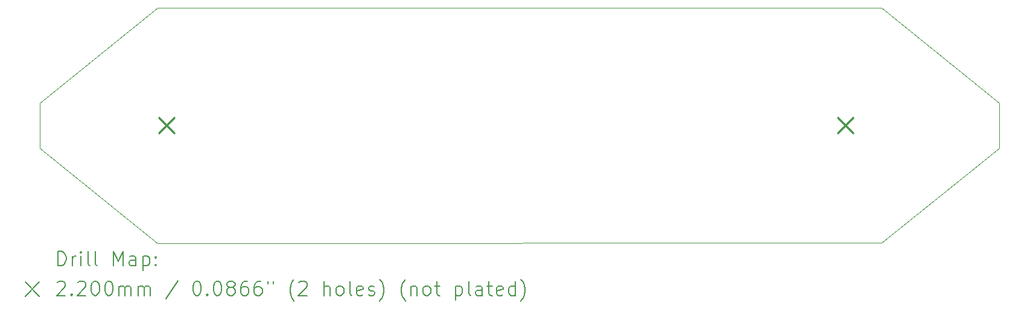
<source format=gbr>
%TF.GenerationSoftware,KiCad,Pcbnew,7.0.10*%
%TF.CreationDate,2024-10-31T16:24:40-04:00*%
%TF.ProjectId,segment,7365676d-656e-4742-9e6b-696361645f70,rev?*%
%TF.SameCoordinates,Original*%
%TF.FileFunction,Drillmap*%
%TF.FilePolarity,Positive*%
%FSLAX45Y45*%
G04 Gerber Fmt 4.5, Leading zero omitted, Abs format (unit mm)*
G04 Created by KiCad (PCBNEW 7.0.10) date 2024-10-31 16:24:40*
%MOMM*%
%LPD*%
G01*
G04 APERTURE LIST*
%ADD10C,0.100000*%
%ADD11C,0.200000*%
%ADD12C,0.220000*%
G04 APERTURE END LIST*
D10*
X19177000Y-9969500D02*
X19177000Y-10604500D01*
X17526000Y-11938000D01*
X7366000Y-11943000D01*
X5715000Y-10604500D01*
X5715000Y-9969500D01*
X7366000Y-8636000D01*
X17526000Y-8636000D01*
X19177000Y-9969500D01*
D11*
D12*
X7383000Y-10177000D02*
X7603000Y-10397000D01*
X7603000Y-10177000D02*
X7383000Y-10397000D01*
X16908000Y-10177000D02*
X17128000Y-10397000D01*
X17128000Y-10177000D02*
X16908000Y-10397000D01*
D11*
X5970777Y-12259484D02*
X5970777Y-12059484D01*
X5970777Y-12059484D02*
X6018396Y-12059484D01*
X6018396Y-12059484D02*
X6046967Y-12069008D01*
X6046967Y-12069008D02*
X6066015Y-12088055D01*
X6066015Y-12088055D02*
X6075539Y-12107103D01*
X6075539Y-12107103D02*
X6085062Y-12145198D01*
X6085062Y-12145198D02*
X6085062Y-12173769D01*
X6085062Y-12173769D02*
X6075539Y-12211865D01*
X6075539Y-12211865D02*
X6066015Y-12230912D01*
X6066015Y-12230912D02*
X6046967Y-12249960D01*
X6046967Y-12249960D02*
X6018396Y-12259484D01*
X6018396Y-12259484D02*
X5970777Y-12259484D01*
X6170777Y-12259484D02*
X6170777Y-12126150D01*
X6170777Y-12164246D02*
X6180301Y-12145198D01*
X6180301Y-12145198D02*
X6189824Y-12135674D01*
X6189824Y-12135674D02*
X6208872Y-12126150D01*
X6208872Y-12126150D02*
X6227920Y-12126150D01*
X6294586Y-12259484D02*
X6294586Y-12126150D01*
X6294586Y-12059484D02*
X6285062Y-12069008D01*
X6285062Y-12069008D02*
X6294586Y-12078531D01*
X6294586Y-12078531D02*
X6304110Y-12069008D01*
X6304110Y-12069008D02*
X6294586Y-12059484D01*
X6294586Y-12059484D02*
X6294586Y-12078531D01*
X6418396Y-12259484D02*
X6399348Y-12249960D01*
X6399348Y-12249960D02*
X6389824Y-12230912D01*
X6389824Y-12230912D02*
X6389824Y-12059484D01*
X6523158Y-12259484D02*
X6504110Y-12249960D01*
X6504110Y-12249960D02*
X6494586Y-12230912D01*
X6494586Y-12230912D02*
X6494586Y-12059484D01*
X6751729Y-12259484D02*
X6751729Y-12059484D01*
X6751729Y-12059484D02*
X6818396Y-12202341D01*
X6818396Y-12202341D02*
X6885062Y-12059484D01*
X6885062Y-12059484D02*
X6885062Y-12259484D01*
X7066015Y-12259484D02*
X7066015Y-12154722D01*
X7066015Y-12154722D02*
X7056491Y-12135674D01*
X7056491Y-12135674D02*
X7037443Y-12126150D01*
X7037443Y-12126150D02*
X6999348Y-12126150D01*
X6999348Y-12126150D02*
X6980301Y-12135674D01*
X7066015Y-12249960D02*
X7046967Y-12259484D01*
X7046967Y-12259484D02*
X6999348Y-12259484D01*
X6999348Y-12259484D02*
X6980301Y-12249960D01*
X6980301Y-12249960D02*
X6970777Y-12230912D01*
X6970777Y-12230912D02*
X6970777Y-12211865D01*
X6970777Y-12211865D02*
X6980301Y-12192817D01*
X6980301Y-12192817D02*
X6999348Y-12183293D01*
X6999348Y-12183293D02*
X7046967Y-12183293D01*
X7046967Y-12183293D02*
X7066015Y-12173769D01*
X7161253Y-12126150D02*
X7161253Y-12326150D01*
X7161253Y-12135674D02*
X7180301Y-12126150D01*
X7180301Y-12126150D02*
X7218396Y-12126150D01*
X7218396Y-12126150D02*
X7237443Y-12135674D01*
X7237443Y-12135674D02*
X7246967Y-12145198D01*
X7246967Y-12145198D02*
X7256491Y-12164246D01*
X7256491Y-12164246D02*
X7256491Y-12221388D01*
X7256491Y-12221388D02*
X7246967Y-12240436D01*
X7246967Y-12240436D02*
X7237443Y-12249960D01*
X7237443Y-12249960D02*
X7218396Y-12259484D01*
X7218396Y-12259484D02*
X7180301Y-12259484D01*
X7180301Y-12259484D02*
X7161253Y-12249960D01*
X7342205Y-12240436D02*
X7351729Y-12249960D01*
X7351729Y-12249960D02*
X7342205Y-12259484D01*
X7342205Y-12259484D02*
X7332682Y-12249960D01*
X7332682Y-12249960D02*
X7342205Y-12240436D01*
X7342205Y-12240436D02*
X7342205Y-12259484D01*
X7342205Y-12135674D02*
X7351729Y-12145198D01*
X7351729Y-12145198D02*
X7342205Y-12154722D01*
X7342205Y-12154722D02*
X7332682Y-12145198D01*
X7332682Y-12145198D02*
X7342205Y-12135674D01*
X7342205Y-12135674D02*
X7342205Y-12154722D01*
X5510000Y-12488000D02*
X5710000Y-12688000D01*
X5710000Y-12488000D02*
X5510000Y-12688000D01*
X5961253Y-12498531D02*
X5970777Y-12489008D01*
X5970777Y-12489008D02*
X5989824Y-12479484D01*
X5989824Y-12479484D02*
X6037443Y-12479484D01*
X6037443Y-12479484D02*
X6056491Y-12489008D01*
X6056491Y-12489008D02*
X6066015Y-12498531D01*
X6066015Y-12498531D02*
X6075539Y-12517579D01*
X6075539Y-12517579D02*
X6075539Y-12536627D01*
X6075539Y-12536627D02*
X6066015Y-12565198D01*
X6066015Y-12565198D02*
X5951729Y-12679484D01*
X5951729Y-12679484D02*
X6075539Y-12679484D01*
X6161253Y-12660436D02*
X6170777Y-12669960D01*
X6170777Y-12669960D02*
X6161253Y-12679484D01*
X6161253Y-12679484D02*
X6151729Y-12669960D01*
X6151729Y-12669960D02*
X6161253Y-12660436D01*
X6161253Y-12660436D02*
X6161253Y-12679484D01*
X6246967Y-12498531D02*
X6256491Y-12489008D01*
X6256491Y-12489008D02*
X6275539Y-12479484D01*
X6275539Y-12479484D02*
X6323158Y-12479484D01*
X6323158Y-12479484D02*
X6342205Y-12489008D01*
X6342205Y-12489008D02*
X6351729Y-12498531D01*
X6351729Y-12498531D02*
X6361253Y-12517579D01*
X6361253Y-12517579D02*
X6361253Y-12536627D01*
X6361253Y-12536627D02*
X6351729Y-12565198D01*
X6351729Y-12565198D02*
X6237443Y-12679484D01*
X6237443Y-12679484D02*
X6361253Y-12679484D01*
X6485062Y-12479484D02*
X6504110Y-12479484D01*
X6504110Y-12479484D02*
X6523158Y-12489008D01*
X6523158Y-12489008D02*
X6532682Y-12498531D01*
X6532682Y-12498531D02*
X6542205Y-12517579D01*
X6542205Y-12517579D02*
X6551729Y-12555674D01*
X6551729Y-12555674D02*
X6551729Y-12603293D01*
X6551729Y-12603293D02*
X6542205Y-12641388D01*
X6542205Y-12641388D02*
X6532682Y-12660436D01*
X6532682Y-12660436D02*
X6523158Y-12669960D01*
X6523158Y-12669960D02*
X6504110Y-12679484D01*
X6504110Y-12679484D02*
X6485062Y-12679484D01*
X6485062Y-12679484D02*
X6466015Y-12669960D01*
X6466015Y-12669960D02*
X6456491Y-12660436D01*
X6456491Y-12660436D02*
X6446967Y-12641388D01*
X6446967Y-12641388D02*
X6437443Y-12603293D01*
X6437443Y-12603293D02*
X6437443Y-12555674D01*
X6437443Y-12555674D02*
X6446967Y-12517579D01*
X6446967Y-12517579D02*
X6456491Y-12498531D01*
X6456491Y-12498531D02*
X6466015Y-12489008D01*
X6466015Y-12489008D02*
X6485062Y-12479484D01*
X6675539Y-12479484D02*
X6694586Y-12479484D01*
X6694586Y-12479484D02*
X6713634Y-12489008D01*
X6713634Y-12489008D02*
X6723158Y-12498531D01*
X6723158Y-12498531D02*
X6732682Y-12517579D01*
X6732682Y-12517579D02*
X6742205Y-12555674D01*
X6742205Y-12555674D02*
X6742205Y-12603293D01*
X6742205Y-12603293D02*
X6732682Y-12641388D01*
X6732682Y-12641388D02*
X6723158Y-12660436D01*
X6723158Y-12660436D02*
X6713634Y-12669960D01*
X6713634Y-12669960D02*
X6694586Y-12679484D01*
X6694586Y-12679484D02*
X6675539Y-12679484D01*
X6675539Y-12679484D02*
X6656491Y-12669960D01*
X6656491Y-12669960D02*
X6646967Y-12660436D01*
X6646967Y-12660436D02*
X6637443Y-12641388D01*
X6637443Y-12641388D02*
X6627920Y-12603293D01*
X6627920Y-12603293D02*
X6627920Y-12555674D01*
X6627920Y-12555674D02*
X6637443Y-12517579D01*
X6637443Y-12517579D02*
X6646967Y-12498531D01*
X6646967Y-12498531D02*
X6656491Y-12489008D01*
X6656491Y-12489008D02*
X6675539Y-12479484D01*
X6827920Y-12679484D02*
X6827920Y-12546150D01*
X6827920Y-12565198D02*
X6837443Y-12555674D01*
X6837443Y-12555674D02*
X6856491Y-12546150D01*
X6856491Y-12546150D02*
X6885063Y-12546150D01*
X6885063Y-12546150D02*
X6904110Y-12555674D01*
X6904110Y-12555674D02*
X6913634Y-12574722D01*
X6913634Y-12574722D02*
X6913634Y-12679484D01*
X6913634Y-12574722D02*
X6923158Y-12555674D01*
X6923158Y-12555674D02*
X6942205Y-12546150D01*
X6942205Y-12546150D02*
X6970777Y-12546150D01*
X6970777Y-12546150D02*
X6989824Y-12555674D01*
X6989824Y-12555674D02*
X6999348Y-12574722D01*
X6999348Y-12574722D02*
X6999348Y-12679484D01*
X7094586Y-12679484D02*
X7094586Y-12546150D01*
X7094586Y-12565198D02*
X7104110Y-12555674D01*
X7104110Y-12555674D02*
X7123158Y-12546150D01*
X7123158Y-12546150D02*
X7151729Y-12546150D01*
X7151729Y-12546150D02*
X7170777Y-12555674D01*
X7170777Y-12555674D02*
X7180301Y-12574722D01*
X7180301Y-12574722D02*
X7180301Y-12679484D01*
X7180301Y-12574722D02*
X7189824Y-12555674D01*
X7189824Y-12555674D02*
X7208872Y-12546150D01*
X7208872Y-12546150D02*
X7237443Y-12546150D01*
X7237443Y-12546150D02*
X7256491Y-12555674D01*
X7256491Y-12555674D02*
X7266015Y-12574722D01*
X7266015Y-12574722D02*
X7266015Y-12679484D01*
X7656491Y-12469960D02*
X7485063Y-12727103D01*
X7913634Y-12479484D02*
X7932682Y-12479484D01*
X7932682Y-12479484D02*
X7951729Y-12489008D01*
X7951729Y-12489008D02*
X7961253Y-12498531D01*
X7961253Y-12498531D02*
X7970777Y-12517579D01*
X7970777Y-12517579D02*
X7980301Y-12555674D01*
X7980301Y-12555674D02*
X7980301Y-12603293D01*
X7980301Y-12603293D02*
X7970777Y-12641388D01*
X7970777Y-12641388D02*
X7961253Y-12660436D01*
X7961253Y-12660436D02*
X7951729Y-12669960D01*
X7951729Y-12669960D02*
X7932682Y-12679484D01*
X7932682Y-12679484D02*
X7913634Y-12679484D01*
X7913634Y-12679484D02*
X7894586Y-12669960D01*
X7894586Y-12669960D02*
X7885063Y-12660436D01*
X7885063Y-12660436D02*
X7875539Y-12641388D01*
X7875539Y-12641388D02*
X7866015Y-12603293D01*
X7866015Y-12603293D02*
X7866015Y-12555674D01*
X7866015Y-12555674D02*
X7875539Y-12517579D01*
X7875539Y-12517579D02*
X7885063Y-12498531D01*
X7885063Y-12498531D02*
X7894586Y-12489008D01*
X7894586Y-12489008D02*
X7913634Y-12479484D01*
X8066015Y-12660436D02*
X8075539Y-12669960D01*
X8075539Y-12669960D02*
X8066015Y-12679484D01*
X8066015Y-12679484D02*
X8056491Y-12669960D01*
X8056491Y-12669960D02*
X8066015Y-12660436D01*
X8066015Y-12660436D02*
X8066015Y-12679484D01*
X8199348Y-12479484D02*
X8218396Y-12479484D01*
X8218396Y-12479484D02*
X8237444Y-12489008D01*
X8237444Y-12489008D02*
X8246967Y-12498531D01*
X8246967Y-12498531D02*
X8256491Y-12517579D01*
X8256491Y-12517579D02*
X8266015Y-12555674D01*
X8266015Y-12555674D02*
X8266015Y-12603293D01*
X8266015Y-12603293D02*
X8256491Y-12641388D01*
X8256491Y-12641388D02*
X8246967Y-12660436D01*
X8246967Y-12660436D02*
X8237444Y-12669960D01*
X8237444Y-12669960D02*
X8218396Y-12679484D01*
X8218396Y-12679484D02*
X8199348Y-12679484D01*
X8199348Y-12679484D02*
X8180301Y-12669960D01*
X8180301Y-12669960D02*
X8170777Y-12660436D01*
X8170777Y-12660436D02*
X8161253Y-12641388D01*
X8161253Y-12641388D02*
X8151729Y-12603293D01*
X8151729Y-12603293D02*
X8151729Y-12555674D01*
X8151729Y-12555674D02*
X8161253Y-12517579D01*
X8161253Y-12517579D02*
X8170777Y-12498531D01*
X8170777Y-12498531D02*
X8180301Y-12489008D01*
X8180301Y-12489008D02*
X8199348Y-12479484D01*
X8380301Y-12565198D02*
X8361253Y-12555674D01*
X8361253Y-12555674D02*
X8351729Y-12546150D01*
X8351729Y-12546150D02*
X8342206Y-12527103D01*
X8342206Y-12527103D02*
X8342206Y-12517579D01*
X8342206Y-12517579D02*
X8351729Y-12498531D01*
X8351729Y-12498531D02*
X8361253Y-12489008D01*
X8361253Y-12489008D02*
X8380301Y-12479484D01*
X8380301Y-12479484D02*
X8418396Y-12479484D01*
X8418396Y-12479484D02*
X8437444Y-12489008D01*
X8437444Y-12489008D02*
X8446968Y-12498531D01*
X8446968Y-12498531D02*
X8456491Y-12517579D01*
X8456491Y-12517579D02*
X8456491Y-12527103D01*
X8456491Y-12527103D02*
X8446968Y-12546150D01*
X8446968Y-12546150D02*
X8437444Y-12555674D01*
X8437444Y-12555674D02*
X8418396Y-12565198D01*
X8418396Y-12565198D02*
X8380301Y-12565198D01*
X8380301Y-12565198D02*
X8361253Y-12574722D01*
X8361253Y-12574722D02*
X8351729Y-12584246D01*
X8351729Y-12584246D02*
X8342206Y-12603293D01*
X8342206Y-12603293D02*
X8342206Y-12641388D01*
X8342206Y-12641388D02*
X8351729Y-12660436D01*
X8351729Y-12660436D02*
X8361253Y-12669960D01*
X8361253Y-12669960D02*
X8380301Y-12679484D01*
X8380301Y-12679484D02*
X8418396Y-12679484D01*
X8418396Y-12679484D02*
X8437444Y-12669960D01*
X8437444Y-12669960D02*
X8446968Y-12660436D01*
X8446968Y-12660436D02*
X8456491Y-12641388D01*
X8456491Y-12641388D02*
X8456491Y-12603293D01*
X8456491Y-12603293D02*
X8446968Y-12584246D01*
X8446968Y-12584246D02*
X8437444Y-12574722D01*
X8437444Y-12574722D02*
X8418396Y-12565198D01*
X8627920Y-12479484D02*
X8589825Y-12479484D01*
X8589825Y-12479484D02*
X8570777Y-12489008D01*
X8570777Y-12489008D02*
X8561253Y-12498531D01*
X8561253Y-12498531D02*
X8542206Y-12527103D01*
X8542206Y-12527103D02*
X8532682Y-12565198D01*
X8532682Y-12565198D02*
X8532682Y-12641388D01*
X8532682Y-12641388D02*
X8542206Y-12660436D01*
X8542206Y-12660436D02*
X8551729Y-12669960D01*
X8551729Y-12669960D02*
X8570777Y-12679484D01*
X8570777Y-12679484D02*
X8608872Y-12679484D01*
X8608872Y-12679484D02*
X8627920Y-12669960D01*
X8627920Y-12669960D02*
X8637444Y-12660436D01*
X8637444Y-12660436D02*
X8646968Y-12641388D01*
X8646968Y-12641388D02*
X8646968Y-12593769D01*
X8646968Y-12593769D02*
X8637444Y-12574722D01*
X8637444Y-12574722D02*
X8627920Y-12565198D01*
X8627920Y-12565198D02*
X8608872Y-12555674D01*
X8608872Y-12555674D02*
X8570777Y-12555674D01*
X8570777Y-12555674D02*
X8551729Y-12565198D01*
X8551729Y-12565198D02*
X8542206Y-12574722D01*
X8542206Y-12574722D02*
X8532682Y-12593769D01*
X8818396Y-12479484D02*
X8780301Y-12479484D01*
X8780301Y-12479484D02*
X8761253Y-12489008D01*
X8761253Y-12489008D02*
X8751729Y-12498531D01*
X8751729Y-12498531D02*
X8732682Y-12527103D01*
X8732682Y-12527103D02*
X8723158Y-12565198D01*
X8723158Y-12565198D02*
X8723158Y-12641388D01*
X8723158Y-12641388D02*
X8732682Y-12660436D01*
X8732682Y-12660436D02*
X8742206Y-12669960D01*
X8742206Y-12669960D02*
X8761253Y-12679484D01*
X8761253Y-12679484D02*
X8799349Y-12679484D01*
X8799349Y-12679484D02*
X8818396Y-12669960D01*
X8818396Y-12669960D02*
X8827920Y-12660436D01*
X8827920Y-12660436D02*
X8837444Y-12641388D01*
X8837444Y-12641388D02*
X8837444Y-12593769D01*
X8837444Y-12593769D02*
X8827920Y-12574722D01*
X8827920Y-12574722D02*
X8818396Y-12565198D01*
X8818396Y-12565198D02*
X8799349Y-12555674D01*
X8799349Y-12555674D02*
X8761253Y-12555674D01*
X8761253Y-12555674D02*
X8742206Y-12565198D01*
X8742206Y-12565198D02*
X8732682Y-12574722D01*
X8732682Y-12574722D02*
X8723158Y-12593769D01*
X8913634Y-12479484D02*
X8913634Y-12517579D01*
X8989825Y-12479484D02*
X8989825Y-12517579D01*
X9285063Y-12755674D02*
X9275539Y-12746150D01*
X9275539Y-12746150D02*
X9256491Y-12717579D01*
X9256491Y-12717579D02*
X9246968Y-12698531D01*
X9246968Y-12698531D02*
X9237444Y-12669960D01*
X9237444Y-12669960D02*
X9227920Y-12622341D01*
X9227920Y-12622341D02*
X9227920Y-12584246D01*
X9227920Y-12584246D02*
X9237444Y-12536627D01*
X9237444Y-12536627D02*
X9246968Y-12508055D01*
X9246968Y-12508055D02*
X9256491Y-12489008D01*
X9256491Y-12489008D02*
X9275539Y-12460436D01*
X9275539Y-12460436D02*
X9285063Y-12450912D01*
X9351730Y-12498531D02*
X9361253Y-12489008D01*
X9361253Y-12489008D02*
X9380301Y-12479484D01*
X9380301Y-12479484D02*
X9427920Y-12479484D01*
X9427920Y-12479484D02*
X9446968Y-12489008D01*
X9446968Y-12489008D02*
X9456491Y-12498531D01*
X9456491Y-12498531D02*
X9466015Y-12517579D01*
X9466015Y-12517579D02*
X9466015Y-12536627D01*
X9466015Y-12536627D02*
X9456491Y-12565198D01*
X9456491Y-12565198D02*
X9342206Y-12679484D01*
X9342206Y-12679484D02*
X9466015Y-12679484D01*
X9704111Y-12679484D02*
X9704111Y-12479484D01*
X9789825Y-12679484D02*
X9789825Y-12574722D01*
X9789825Y-12574722D02*
X9780301Y-12555674D01*
X9780301Y-12555674D02*
X9761253Y-12546150D01*
X9761253Y-12546150D02*
X9732682Y-12546150D01*
X9732682Y-12546150D02*
X9713634Y-12555674D01*
X9713634Y-12555674D02*
X9704111Y-12565198D01*
X9913634Y-12679484D02*
X9894587Y-12669960D01*
X9894587Y-12669960D02*
X9885063Y-12660436D01*
X9885063Y-12660436D02*
X9875539Y-12641388D01*
X9875539Y-12641388D02*
X9875539Y-12584246D01*
X9875539Y-12584246D02*
X9885063Y-12565198D01*
X9885063Y-12565198D02*
X9894587Y-12555674D01*
X9894587Y-12555674D02*
X9913634Y-12546150D01*
X9913634Y-12546150D02*
X9942206Y-12546150D01*
X9942206Y-12546150D02*
X9961253Y-12555674D01*
X9961253Y-12555674D02*
X9970777Y-12565198D01*
X9970777Y-12565198D02*
X9980301Y-12584246D01*
X9980301Y-12584246D02*
X9980301Y-12641388D01*
X9980301Y-12641388D02*
X9970777Y-12660436D01*
X9970777Y-12660436D02*
X9961253Y-12669960D01*
X9961253Y-12669960D02*
X9942206Y-12679484D01*
X9942206Y-12679484D02*
X9913634Y-12679484D01*
X10094587Y-12679484D02*
X10075539Y-12669960D01*
X10075539Y-12669960D02*
X10066015Y-12650912D01*
X10066015Y-12650912D02*
X10066015Y-12479484D01*
X10246968Y-12669960D02*
X10227920Y-12679484D01*
X10227920Y-12679484D02*
X10189825Y-12679484D01*
X10189825Y-12679484D02*
X10170777Y-12669960D01*
X10170777Y-12669960D02*
X10161253Y-12650912D01*
X10161253Y-12650912D02*
X10161253Y-12574722D01*
X10161253Y-12574722D02*
X10170777Y-12555674D01*
X10170777Y-12555674D02*
X10189825Y-12546150D01*
X10189825Y-12546150D02*
X10227920Y-12546150D01*
X10227920Y-12546150D02*
X10246968Y-12555674D01*
X10246968Y-12555674D02*
X10256492Y-12574722D01*
X10256492Y-12574722D02*
X10256492Y-12593769D01*
X10256492Y-12593769D02*
X10161253Y-12612817D01*
X10332682Y-12669960D02*
X10351730Y-12679484D01*
X10351730Y-12679484D02*
X10389825Y-12679484D01*
X10389825Y-12679484D02*
X10408873Y-12669960D01*
X10408873Y-12669960D02*
X10418396Y-12650912D01*
X10418396Y-12650912D02*
X10418396Y-12641388D01*
X10418396Y-12641388D02*
X10408873Y-12622341D01*
X10408873Y-12622341D02*
X10389825Y-12612817D01*
X10389825Y-12612817D02*
X10361253Y-12612817D01*
X10361253Y-12612817D02*
X10342206Y-12603293D01*
X10342206Y-12603293D02*
X10332682Y-12584246D01*
X10332682Y-12584246D02*
X10332682Y-12574722D01*
X10332682Y-12574722D02*
X10342206Y-12555674D01*
X10342206Y-12555674D02*
X10361253Y-12546150D01*
X10361253Y-12546150D02*
X10389825Y-12546150D01*
X10389825Y-12546150D02*
X10408873Y-12555674D01*
X10485063Y-12755674D02*
X10494587Y-12746150D01*
X10494587Y-12746150D02*
X10513634Y-12717579D01*
X10513634Y-12717579D02*
X10523158Y-12698531D01*
X10523158Y-12698531D02*
X10532682Y-12669960D01*
X10532682Y-12669960D02*
X10542206Y-12622341D01*
X10542206Y-12622341D02*
X10542206Y-12584246D01*
X10542206Y-12584246D02*
X10532682Y-12536627D01*
X10532682Y-12536627D02*
X10523158Y-12508055D01*
X10523158Y-12508055D02*
X10513634Y-12489008D01*
X10513634Y-12489008D02*
X10494587Y-12460436D01*
X10494587Y-12460436D02*
X10485063Y-12450912D01*
X10846968Y-12755674D02*
X10837444Y-12746150D01*
X10837444Y-12746150D02*
X10818396Y-12717579D01*
X10818396Y-12717579D02*
X10808873Y-12698531D01*
X10808873Y-12698531D02*
X10799349Y-12669960D01*
X10799349Y-12669960D02*
X10789825Y-12622341D01*
X10789825Y-12622341D02*
X10789825Y-12584246D01*
X10789825Y-12584246D02*
X10799349Y-12536627D01*
X10799349Y-12536627D02*
X10808873Y-12508055D01*
X10808873Y-12508055D02*
X10818396Y-12489008D01*
X10818396Y-12489008D02*
X10837444Y-12460436D01*
X10837444Y-12460436D02*
X10846968Y-12450912D01*
X10923158Y-12546150D02*
X10923158Y-12679484D01*
X10923158Y-12565198D02*
X10932682Y-12555674D01*
X10932682Y-12555674D02*
X10951730Y-12546150D01*
X10951730Y-12546150D02*
X10980301Y-12546150D01*
X10980301Y-12546150D02*
X10999349Y-12555674D01*
X10999349Y-12555674D02*
X11008873Y-12574722D01*
X11008873Y-12574722D02*
X11008873Y-12679484D01*
X11132682Y-12679484D02*
X11113634Y-12669960D01*
X11113634Y-12669960D02*
X11104111Y-12660436D01*
X11104111Y-12660436D02*
X11094587Y-12641388D01*
X11094587Y-12641388D02*
X11094587Y-12584246D01*
X11094587Y-12584246D02*
X11104111Y-12565198D01*
X11104111Y-12565198D02*
X11113634Y-12555674D01*
X11113634Y-12555674D02*
X11132682Y-12546150D01*
X11132682Y-12546150D02*
X11161254Y-12546150D01*
X11161254Y-12546150D02*
X11180301Y-12555674D01*
X11180301Y-12555674D02*
X11189825Y-12565198D01*
X11189825Y-12565198D02*
X11199349Y-12584246D01*
X11199349Y-12584246D02*
X11199349Y-12641388D01*
X11199349Y-12641388D02*
X11189825Y-12660436D01*
X11189825Y-12660436D02*
X11180301Y-12669960D01*
X11180301Y-12669960D02*
X11161254Y-12679484D01*
X11161254Y-12679484D02*
X11132682Y-12679484D01*
X11256492Y-12546150D02*
X11332682Y-12546150D01*
X11285063Y-12479484D02*
X11285063Y-12650912D01*
X11285063Y-12650912D02*
X11294587Y-12669960D01*
X11294587Y-12669960D02*
X11313634Y-12679484D01*
X11313634Y-12679484D02*
X11332682Y-12679484D01*
X11551730Y-12546150D02*
X11551730Y-12746150D01*
X11551730Y-12555674D02*
X11570777Y-12546150D01*
X11570777Y-12546150D02*
X11608873Y-12546150D01*
X11608873Y-12546150D02*
X11627920Y-12555674D01*
X11627920Y-12555674D02*
X11637444Y-12565198D01*
X11637444Y-12565198D02*
X11646968Y-12584246D01*
X11646968Y-12584246D02*
X11646968Y-12641388D01*
X11646968Y-12641388D02*
X11637444Y-12660436D01*
X11637444Y-12660436D02*
X11627920Y-12669960D01*
X11627920Y-12669960D02*
X11608873Y-12679484D01*
X11608873Y-12679484D02*
X11570777Y-12679484D01*
X11570777Y-12679484D02*
X11551730Y-12669960D01*
X11761253Y-12679484D02*
X11742206Y-12669960D01*
X11742206Y-12669960D02*
X11732682Y-12650912D01*
X11732682Y-12650912D02*
X11732682Y-12479484D01*
X11923158Y-12679484D02*
X11923158Y-12574722D01*
X11923158Y-12574722D02*
X11913634Y-12555674D01*
X11913634Y-12555674D02*
X11894587Y-12546150D01*
X11894587Y-12546150D02*
X11856492Y-12546150D01*
X11856492Y-12546150D02*
X11837444Y-12555674D01*
X11923158Y-12669960D02*
X11904111Y-12679484D01*
X11904111Y-12679484D02*
X11856492Y-12679484D01*
X11856492Y-12679484D02*
X11837444Y-12669960D01*
X11837444Y-12669960D02*
X11827920Y-12650912D01*
X11827920Y-12650912D02*
X11827920Y-12631865D01*
X11827920Y-12631865D02*
X11837444Y-12612817D01*
X11837444Y-12612817D02*
X11856492Y-12603293D01*
X11856492Y-12603293D02*
X11904111Y-12603293D01*
X11904111Y-12603293D02*
X11923158Y-12593769D01*
X11989825Y-12546150D02*
X12066015Y-12546150D01*
X12018396Y-12479484D02*
X12018396Y-12650912D01*
X12018396Y-12650912D02*
X12027920Y-12669960D01*
X12027920Y-12669960D02*
X12046968Y-12679484D01*
X12046968Y-12679484D02*
X12066015Y-12679484D01*
X12208873Y-12669960D02*
X12189825Y-12679484D01*
X12189825Y-12679484D02*
X12151730Y-12679484D01*
X12151730Y-12679484D02*
X12132682Y-12669960D01*
X12132682Y-12669960D02*
X12123158Y-12650912D01*
X12123158Y-12650912D02*
X12123158Y-12574722D01*
X12123158Y-12574722D02*
X12132682Y-12555674D01*
X12132682Y-12555674D02*
X12151730Y-12546150D01*
X12151730Y-12546150D02*
X12189825Y-12546150D01*
X12189825Y-12546150D02*
X12208873Y-12555674D01*
X12208873Y-12555674D02*
X12218396Y-12574722D01*
X12218396Y-12574722D02*
X12218396Y-12593769D01*
X12218396Y-12593769D02*
X12123158Y-12612817D01*
X12389825Y-12679484D02*
X12389825Y-12479484D01*
X12389825Y-12669960D02*
X12370777Y-12679484D01*
X12370777Y-12679484D02*
X12332682Y-12679484D01*
X12332682Y-12679484D02*
X12313634Y-12669960D01*
X12313634Y-12669960D02*
X12304111Y-12660436D01*
X12304111Y-12660436D02*
X12294587Y-12641388D01*
X12294587Y-12641388D02*
X12294587Y-12584246D01*
X12294587Y-12584246D02*
X12304111Y-12565198D01*
X12304111Y-12565198D02*
X12313634Y-12555674D01*
X12313634Y-12555674D02*
X12332682Y-12546150D01*
X12332682Y-12546150D02*
X12370777Y-12546150D01*
X12370777Y-12546150D02*
X12389825Y-12555674D01*
X12466015Y-12755674D02*
X12475539Y-12746150D01*
X12475539Y-12746150D02*
X12494587Y-12717579D01*
X12494587Y-12717579D02*
X12504111Y-12698531D01*
X12504111Y-12698531D02*
X12513634Y-12669960D01*
X12513634Y-12669960D02*
X12523158Y-12622341D01*
X12523158Y-12622341D02*
X12523158Y-12584246D01*
X12523158Y-12584246D02*
X12513634Y-12536627D01*
X12513634Y-12536627D02*
X12504111Y-12508055D01*
X12504111Y-12508055D02*
X12494587Y-12489008D01*
X12494587Y-12489008D02*
X12475539Y-12460436D01*
X12475539Y-12460436D02*
X12466015Y-12450912D01*
M02*

</source>
